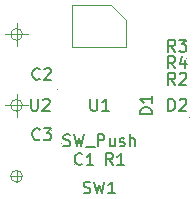
<source format=gbr>
%TF.GenerationSoftware,KiCad,Pcbnew,9.0.0*%
%TF.CreationDate,2025-02-28T17:52:26+00:00*%
%TF.ProjectId,vm_rgb_led_0.1,766d5f72-6762-45f6-9c65-645f302e312e,v0.1*%
%TF.SameCoordinates,PX5204180PY47868c0*%
%TF.FileFunction,AssemblyDrawing,Top*%
%FSLAX46Y46*%
G04 Gerber Fmt 4.6, Leading zero omitted, Abs format (unit mm)*
G04 Created by KiCad (PCBNEW 9.0.0) date 2025-02-28 17:52:26*
%MOMM*%
%LPD*%
G01*
G04 APERTURE LIST*
%ADD10C,0.150000*%
%ADD11C,0.010000*%
%ADD12C,0.120000*%
%ADD13C,0.060000*%
G04 APERTURE END LIST*
D10*
X-6761905Y545181D02*
X-6761905Y-264342D01*
X-6761905Y-264342D02*
X-6714286Y-359580D01*
X-6714286Y-359580D02*
X-6666667Y-407200D01*
X-6666667Y-407200D02*
X-6571429Y-454819D01*
X-6571429Y-454819D02*
X-6380953Y-454819D01*
X-6380953Y-454819D02*
X-6285715Y-407200D01*
X-6285715Y-407200D02*
X-6238096Y-359580D01*
X-6238096Y-359580D02*
X-6190477Y-264342D01*
X-6190477Y-264342D02*
X-6190477Y545181D01*
X-5761905Y449943D02*
X-5714286Y497562D01*
X-5714286Y497562D02*
X-5619048Y545181D01*
X-5619048Y545181D02*
X-5380953Y545181D01*
X-5380953Y545181D02*
X-5285715Y497562D01*
X-5285715Y497562D02*
X-5238096Y449943D01*
X-5238096Y449943D02*
X-5190477Y354705D01*
X-5190477Y354705D02*
X-5190477Y259467D01*
X-5190477Y259467D02*
X-5238096Y116610D01*
X-5238096Y116610D02*
X-5809524Y-454819D01*
X-5809524Y-454819D02*
X-5190477Y-454819D01*
X3474819Y-738094D02*
X2474819Y-738094D01*
X2474819Y-738094D02*
X2474819Y-499999D01*
X2474819Y-499999D02*
X2522438Y-357142D01*
X2522438Y-357142D02*
X2617676Y-261904D01*
X2617676Y-261904D02*
X2712914Y-214285D01*
X2712914Y-214285D02*
X2903390Y-166666D01*
X2903390Y-166666D02*
X3046247Y-166666D01*
X3046247Y-166666D02*
X3236723Y-214285D01*
X3236723Y-214285D02*
X3331961Y-261904D01*
X3331961Y-261904D02*
X3427200Y-357142D01*
X3427200Y-357142D02*
X3474819Y-499999D01*
X3474819Y-499999D02*
X3474819Y-738094D01*
X3474819Y785715D02*
X3474819Y214287D01*
X3474819Y500001D02*
X2474819Y500001D01*
X2474819Y500001D02*
X2617676Y404763D01*
X2617676Y404763D02*
X2712914Y309525D01*
X2712914Y309525D02*
X2760533Y214287D01*
X-6036667Y2240420D02*
X-6084286Y2192800D01*
X-6084286Y2192800D02*
X-6227143Y2145181D01*
X-6227143Y2145181D02*
X-6322381Y2145181D01*
X-6322381Y2145181D02*
X-6465238Y2192800D01*
X-6465238Y2192800D02*
X-6560476Y2288039D01*
X-6560476Y2288039D02*
X-6608095Y2383277D01*
X-6608095Y2383277D02*
X-6655714Y2573753D01*
X-6655714Y2573753D02*
X-6655714Y2716610D01*
X-6655714Y2716610D02*
X-6608095Y2907086D01*
X-6608095Y2907086D02*
X-6560476Y3002324D01*
X-6560476Y3002324D02*
X-6465238Y3097562D01*
X-6465238Y3097562D02*
X-6322381Y3145181D01*
X-6322381Y3145181D02*
X-6227143Y3145181D01*
X-6227143Y3145181D02*
X-6084286Y3097562D01*
X-6084286Y3097562D02*
X-6036667Y3049943D01*
X-5655714Y3049943D02*
X-5608095Y3097562D01*
X-5608095Y3097562D02*
X-5512857Y3145181D01*
X-5512857Y3145181D02*
X-5274762Y3145181D01*
X-5274762Y3145181D02*
X-5179524Y3097562D01*
X-5179524Y3097562D02*
X-5131905Y3049943D01*
X-5131905Y3049943D02*
X-5084286Y2954705D01*
X-5084286Y2954705D02*
X-5084286Y2859467D01*
X-5084286Y2859467D02*
X-5131905Y2716610D01*
X-5131905Y2716610D02*
X-5703333Y2145181D01*
X-5703333Y2145181D02*
X-5084286Y2145181D01*
X-6036667Y-2859580D02*
X-6084286Y-2907200D01*
X-6084286Y-2907200D02*
X-6227143Y-2954819D01*
X-6227143Y-2954819D02*
X-6322381Y-2954819D01*
X-6322381Y-2954819D02*
X-6465238Y-2907200D01*
X-6465238Y-2907200D02*
X-6560476Y-2811961D01*
X-6560476Y-2811961D02*
X-6608095Y-2716723D01*
X-6608095Y-2716723D02*
X-6655714Y-2526247D01*
X-6655714Y-2526247D02*
X-6655714Y-2383390D01*
X-6655714Y-2383390D02*
X-6608095Y-2192914D01*
X-6608095Y-2192914D02*
X-6560476Y-2097676D01*
X-6560476Y-2097676D02*
X-6465238Y-2002438D01*
X-6465238Y-2002438D02*
X-6322381Y-1954819D01*
X-6322381Y-1954819D02*
X-6227143Y-1954819D01*
X-6227143Y-1954819D02*
X-6084286Y-2002438D01*
X-6084286Y-2002438D02*
X-6036667Y-2050057D01*
X-5703333Y-1954819D02*
X-5084286Y-1954819D01*
X-5084286Y-1954819D02*
X-5417619Y-2335771D01*
X-5417619Y-2335771D02*
X-5274762Y-2335771D01*
X-5274762Y-2335771D02*
X-5179524Y-2383390D01*
X-5179524Y-2383390D02*
X-5131905Y-2431009D01*
X-5131905Y-2431009D02*
X-5084286Y-2526247D01*
X-5084286Y-2526247D02*
X-5084286Y-2764342D01*
X-5084286Y-2764342D02*
X-5131905Y-2859580D01*
X-5131905Y-2859580D02*
X-5179524Y-2907200D01*
X-5179524Y-2907200D02*
X-5274762Y-2954819D01*
X-5274762Y-2954819D02*
X-5560476Y-2954819D01*
X-5560476Y-2954819D02*
X-5655714Y-2907200D01*
X-5655714Y-2907200D02*
X-5703333Y-2859580D01*
X5433333Y1745181D02*
X5100000Y2221372D01*
X4861905Y1745181D02*
X4861905Y2745181D01*
X4861905Y2745181D02*
X5242857Y2745181D01*
X5242857Y2745181D02*
X5338095Y2697562D01*
X5338095Y2697562D02*
X5385714Y2649943D01*
X5385714Y2649943D02*
X5433333Y2554705D01*
X5433333Y2554705D02*
X5433333Y2411848D01*
X5433333Y2411848D02*
X5385714Y2316610D01*
X5385714Y2316610D02*
X5338095Y2268991D01*
X5338095Y2268991D02*
X5242857Y2221372D01*
X5242857Y2221372D02*
X4861905Y2221372D01*
X5814286Y2649943D02*
X5861905Y2697562D01*
X5861905Y2697562D02*
X5957143Y2745181D01*
X5957143Y2745181D02*
X6195238Y2745181D01*
X6195238Y2745181D02*
X6290476Y2697562D01*
X6290476Y2697562D02*
X6338095Y2649943D01*
X6338095Y2649943D02*
X6385714Y2554705D01*
X6385714Y2554705D02*
X6385714Y2459467D01*
X6385714Y2459467D02*
X6338095Y2316610D01*
X6338095Y2316610D02*
X5766667Y1745181D01*
X5766667Y1745181D02*
X6385714Y1745181D01*
X5433333Y3145181D02*
X5100000Y3621372D01*
X4861905Y3145181D02*
X4861905Y4145181D01*
X4861905Y4145181D02*
X5242857Y4145181D01*
X5242857Y4145181D02*
X5338095Y4097562D01*
X5338095Y4097562D02*
X5385714Y4049943D01*
X5385714Y4049943D02*
X5433333Y3954705D01*
X5433333Y3954705D02*
X5433333Y3811848D01*
X5433333Y3811848D02*
X5385714Y3716610D01*
X5385714Y3716610D02*
X5338095Y3668991D01*
X5338095Y3668991D02*
X5242857Y3621372D01*
X5242857Y3621372D02*
X4861905Y3621372D01*
X6290476Y3811848D02*
X6290476Y3145181D01*
X6052381Y4192800D02*
X5814286Y3478515D01*
X5814286Y3478515D02*
X6433333Y3478515D01*
X-1741905Y545181D02*
X-1741905Y-264342D01*
X-1741905Y-264342D02*
X-1694286Y-359580D01*
X-1694286Y-359580D02*
X-1646667Y-407200D01*
X-1646667Y-407200D02*
X-1551429Y-454819D01*
X-1551429Y-454819D02*
X-1360953Y-454819D01*
X-1360953Y-454819D02*
X-1265715Y-407200D01*
X-1265715Y-407200D02*
X-1218096Y-359580D01*
X-1218096Y-359580D02*
X-1170477Y-264342D01*
X-1170477Y-264342D02*
X-1170477Y545181D01*
X-170477Y-454819D02*
X-741905Y-454819D01*
X-456191Y-454819D02*
X-456191Y545181D01*
X-456191Y545181D02*
X-551429Y402324D01*
X-551429Y402324D02*
X-646667Y307086D01*
X-646667Y307086D02*
X-741905Y259467D01*
X-4027619Y-3407200D02*
X-3884762Y-3454819D01*
X-3884762Y-3454819D02*
X-3646667Y-3454819D01*
X-3646667Y-3454819D02*
X-3551429Y-3407200D01*
X-3551429Y-3407200D02*
X-3503810Y-3359580D01*
X-3503810Y-3359580D02*
X-3456191Y-3264342D01*
X-3456191Y-3264342D02*
X-3456191Y-3169104D01*
X-3456191Y-3169104D02*
X-3503810Y-3073866D01*
X-3503810Y-3073866D02*
X-3551429Y-3026247D01*
X-3551429Y-3026247D02*
X-3646667Y-2978628D01*
X-3646667Y-2978628D02*
X-3837143Y-2931009D01*
X-3837143Y-2931009D02*
X-3932381Y-2883390D01*
X-3932381Y-2883390D02*
X-3980000Y-2835771D01*
X-3980000Y-2835771D02*
X-4027619Y-2740533D01*
X-4027619Y-2740533D02*
X-4027619Y-2645295D01*
X-4027619Y-2645295D02*
X-3980000Y-2550057D01*
X-3980000Y-2550057D02*
X-3932381Y-2502438D01*
X-3932381Y-2502438D02*
X-3837143Y-2454819D01*
X-3837143Y-2454819D02*
X-3599048Y-2454819D01*
X-3599048Y-2454819D02*
X-3456191Y-2502438D01*
X-3122857Y-2454819D02*
X-2884762Y-3454819D01*
X-2884762Y-3454819D02*
X-2694286Y-2740533D01*
X-2694286Y-2740533D02*
X-2503810Y-3454819D01*
X-2503810Y-3454819D02*
X-2265714Y-2454819D01*
X-2122857Y-3550057D02*
X-1360953Y-3550057D01*
X-1122857Y-3454819D02*
X-1122857Y-2454819D01*
X-1122857Y-2454819D02*
X-741905Y-2454819D01*
X-741905Y-2454819D02*
X-646667Y-2502438D01*
X-646667Y-2502438D02*
X-599048Y-2550057D01*
X-599048Y-2550057D02*
X-551429Y-2645295D01*
X-551429Y-2645295D02*
X-551429Y-2788152D01*
X-551429Y-2788152D02*
X-599048Y-2883390D01*
X-599048Y-2883390D02*
X-646667Y-2931009D01*
X-646667Y-2931009D02*
X-741905Y-2978628D01*
X-741905Y-2978628D02*
X-1122857Y-2978628D01*
X305714Y-2788152D02*
X305714Y-3454819D01*
X-122857Y-2788152D02*
X-122857Y-3311961D01*
X-122857Y-3311961D02*
X-75238Y-3407200D01*
X-75238Y-3407200D02*
X20000Y-3454819D01*
X20000Y-3454819D02*
X162857Y-3454819D01*
X162857Y-3454819D02*
X258095Y-3407200D01*
X258095Y-3407200D02*
X305714Y-3359580D01*
X734286Y-3407200D02*
X829524Y-3454819D01*
X829524Y-3454819D02*
X1020000Y-3454819D01*
X1020000Y-3454819D02*
X1115238Y-3407200D01*
X1115238Y-3407200D02*
X1162857Y-3311961D01*
X1162857Y-3311961D02*
X1162857Y-3264342D01*
X1162857Y-3264342D02*
X1115238Y-3169104D01*
X1115238Y-3169104D02*
X1020000Y-3121485D01*
X1020000Y-3121485D02*
X877143Y-3121485D01*
X877143Y-3121485D02*
X781905Y-3073866D01*
X781905Y-3073866D02*
X734286Y-2978628D01*
X734286Y-2978628D02*
X734286Y-2931009D01*
X734286Y-2931009D02*
X781905Y-2835771D01*
X781905Y-2835771D02*
X877143Y-2788152D01*
X877143Y-2788152D02*
X1020000Y-2788152D01*
X1020000Y-2788152D02*
X1115238Y-2835771D01*
X1591429Y-3454819D02*
X1591429Y-2454819D01*
X2020000Y-3454819D02*
X2020000Y-2931009D01*
X2020000Y-2931009D02*
X1972381Y-2835771D01*
X1972381Y-2835771D02*
X1877143Y-2788152D01*
X1877143Y-2788152D02*
X1734286Y-2788152D01*
X1734286Y-2788152D02*
X1639048Y-2835771D01*
X1639048Y-2835771D02*
X1591429Y-2883390D01*
X-2313333Y-7407200D02*
X-2170476Y-7454819D01*
X-2170476Y-7454819D02*
X-1932381Y-7454819D01*
X-1932381Y-7454819D02*
X-1837143Y-7407200D01*
X-1837143Y-7407200D02*
X-1789524Y-7359580D01*
X-1789524Y-7359580D02*
X-1741905Y-7264342D01*
X-1741905Y-7264342D02*
X-1741905Y-7169104D01*
X-1741905Y-7169104D02*
X-1789524Y-7073866D01*
X-1789524Y-7073866D02*
X-1837143Y-7026247D01*
X-1837143Y-7026247D02*
X-1932381Y-6978628D01*
X-1932381Y-6978628D02*
X-2122857Y-6931009D01*
X-2122857Y-6931009D02*
X-2218095Y-6883390D01*
X-2218095Y-6883390D02*
X-2265714Y-6835771D01*
X-2265714Y-6835771D02*
X-2313333Y-6740533D01*
X-2313333Y-6740533D02*
X-2313333Y-6645295D01*
X-2313333Y-6645295D02*
X-2265714Y-6550057D01*
X-2265714Y-6550057D02*
X-2218095Y-6502438D01*
X-2218095Y-6502438D02*
X-2122857Y-6454819D01*
X-2122857Y-6454819D02*
X-1884762Y-6454819D01*
X-1884762Y-6454819D02*
X-1741905Y-6502438D01*
X-1408571Y-6454819D02*
X-1170476Y-7454819D01*
X-1170476Y-7454819D02*
X-980000Y-6740533D01*
X-980000Y-6740533D02*
X-789524Y-7454819D01*
X-789524Y-7454819D02*
X-551428Y-6454819D01*
X353333Y-7454819D02*
X-218095Y-7454819D01*
X67619Y-7454819D02*
X67619Y-6454819D01*
X67619Y-6454819D02*
X-27619Y-6597676D01*
X-27619Y-6597676D02*
X-122857Y-6692914D01*
X-122857Y-6692914D02*
X-218095Y-6740533D01*
X5433333Y4545181D02*
X5100000Y5021372D01*
X4861905Y4545181D02*
X4861905Y5545181D01*
X4861905Y5545181D02*
X5242857Y5545181D01*
X5242857Y5545181D02*
X5338095Y5497562D01*
X5338095Y5497562D02*
X5385714Y5449943D01*
X5385714Y5449943D02*
X5433333Y5354705D01*
X5433333Y5354705D02*
X5433333Y5211848D01*
X5433333Y5211848D02*
X5385714Y5116610D01*
X5385714Y5116610D02*
X5338095Y5068991D01*
X5338095Y5068991D02*
X5242857Y5021372D01*
X5242857Y5021372D02*
X4861905Y5021372D01*
X5766667Y5545181D02*
X6385714Y5545181D01*
X6385714Y5545181D02*
X6052381Y5164229D01*
X6052381Y5164229D02*
X6195238Y5164229D01*
X6195238Y5164229D02*
X6290476Y5116610D01*
X6290476Y5116610D02*
X6338095Y5068991D01*
X6338095Y5068991D02*
X6385714Y4973753D01*
X6385714Y4973753D02*
X6385714Y4735658D01*
X6385714Y4735658D02*
X6338095Y4640420D01*
X6338095Y4640420D02*
X6290476Y4592800D01*
X6290476Y4592800D02*
X6195238Y4545181D01*
X6195238Y4545181D02*
X5909524Y4545181D01*
X5909524Y4545181D02*
X5814286Y4592800D01*
X5814286Y4592800D02*
X5766667Y4640420D01*
X-2446667Y-4959580D02*
X-2494286Y-5007200D01*
X-2494286Y-5007200D02*
X-2637143Y-5054819D01*
X-2637143Y-5054819D02*
X-2732381Y-5054819D01*
X-2732381Y-5054819D02*
X-2875238Y-5007200D01*
X-2875238Y-5007200D02*
X-2970476Y-4911961D01*
X-2970476Y-4911961D02*
X-3018095Y-4816723D01*
X-3018095Y-4816723D02*
X-3065714Y-4626247D01*
X-3065714Y-4626247D02*
X-3065714Y-4483390D01*
X-3065714Y-4483390D02*
X-3018095Y-4292914D01*
X-3018095Y-4292914D02*
X-2970476Y-4197676D01*
X-2970476Y-4197676D02*
X-2875238Y-4102438D01*
X-2875238Y-4102438D02*
X-2732381Y-4054819D01*
X-2732381Y-4054819D02*
X-2637143Y-4054819D01*
X-2637143Y-4054819D02*
X-2494286Y-4102438D01*
X-2494286Y-4102438D02*
X-2446667Y-4150057D01*
X-1494286Y-5054819D02*
X-2065714Y-5054819D01*
X-1780000Y-5054819D02*
X-1780000Y-4054819D01*
X-1780000Y-4054819D02*
X-1875238Y-4197676D01*
X-1875238Y-4197676D02*
X-1970476Y-4292914D01*
X-1970476Y-4292914D02*
X-2065714Y-4340533D01*
X153333Y-5054819D02*
X-180000Y-4578628D01*
X-418095Y-5054819D02*
X-418095Y-4054819D01*
X-418095Y-4054819D02*
X-37143Y-4054819D01*
X-37143Y-4054819D02*
X58095Y-4102438D01*
X58095Y-4102438D02*
X105714Y-4150057D01*
X105714Y-4150057D02*
X153333Y-4245295D01*
X153333Y-4245295D02*
X153333Y-4388152D01*
X153333Y-4388152D02*
X105714Y-4483390D01*
X105714Y-4483390D02*
X58095Y-4531009D01*
X58095Y-4531009D02*
X-37143Y-4578628D01*
X-37143Y-4578628D02*
X-418095Y-4578628D01*
X1105714Y-5054819D02*
X534286Y-5054819D01*
X820000Y-5054819D02*
X820000Y-4054819D01*
X820000Y-4054819D02*
X724762Y-4197676D01*
X724762Y-4197676D02*
X629524Y-4292914D01*
X629524Y-4292914D02*
X534286Y-4340533D01*
X4861905Y-454819D02*
X4861905Y545181D01*
X4861905Y545181D02*
X5100000Y545181D01*
X5100000Y545181D02*
X5242857Y497562D01*
X5242857Y497562D02*
X5338095Y402324D01*
X5338095Y402324D02*
X5385714Y307086D01*
X5385714Y307086D02*
X5433333Y116610D01*
X5433333Y116610D02*
X5433333Y-26247D01*
X5433333Y-26247D02*
X5385714Y-216723D01*
X5385714Y-216723D02*
X5338095Y-311961D01*
X5338095Y-311961D02*
X5242857Y-407200D01*
X5242857Y-407200D02*
X5100000Y-454819D01*
X5100000Y-454819D02*
X4861905Y-454819D01*
X5814286Y449943D02*
X5861905Y497562D01*
X5861905Y497562D02*
X5957143Y545181D01*
X5957143Y545181D02*
X6195238Y545181D01*
X6195238Y545181D02*
X6290476Y497562D01*
X6290476Y497562D02*
X6338095Y449943D01*
X6338095Y449943D02*
X6385714Y354705D01*
X6385714Y354705D02*
X6385714Y259467D01*
X6385714Y259467D02*
X6338095Y116610D01*
X6338095Y116610D02*
X5766667Y-454819D01*
X5766667Y-454819D02*
X6385714Y-454819D01*
D11*
%TO.C,GS3*%
X-9000000Y0D02*
X-7000000Y0D01*
X-8000000Y1000000D02*
X-8000000Y-1000000D01*
X-7500000Y0D02*
G75*
G02*
X-8500000Y0I-500000J0D01*
G01*
X-8500000Y0D02*
G75*
G02*
X-7500000Y0I500000J0D01*
G01*
D12*
%TO.C,J1*%
X-3266000Y8465400D02*
X36000Y8465400D01*
X-3266000Y4909400D02*
X-3266000Y8465400D01*
X36000Y8465400D02*
X1306000Y7195400D01*
X1306000Y7195400D02*
X1306000Y4909400D01*
X1306000Y4909400D02*
X-3266000Y4909400D01*
D13*
%TO.C,U2*%
X-4470000Y1370000D02*
G75*
G02*
X-4530000Y1370000I-30000J0D01*
G01*
X-4530000Y1370000D02*
G75*
G02*
X-4470000Y1370000I30000J0D01*
G01*
%TO.C,D1*%
X3450000Y-800000D02*
G75*
G02*
X3390000Y-800000I-30000J0D01*
G01*
X3390000Y-800000D02*
G75*
G02*
X3450000Y-800000I30000J0D01*
G01*
%TO.C,C2*%
X-5040000Y3000000D02*
G75*
G02*
X-5100000Y3000000I-30000J0D01*
G01*
X-5100000Y3000000D02*
G75*
G02*
X-5040000Y3000000I30000J0D01*
G01*
%TO.C,C3*%
X-5040000Y-2100000D02*
G75*
G02*
X-5100000Y-2100000I-30000J0D01*
G01*
X-5100000Y-2100000D02*
G75*
G02*
X-5040000Y-2100000I30000J0D01*
G01*
%TO.C,R2*%
X6430000Y2600000D02*
G75*
G02*
X6370000Y2600000I-30000J0D01*
G01*
X6370000Y2600000D02*
G75*
G02*
X6430000Y2600000I30000J0D01*
G01*
%TO.C,R4*%
X6430000Y4000000D02*
G75*
G02*
X6370000Y4000000I-30000J0D01*
G01*
X6370000Y4000000D02*
G75*
G02*
X6430000Y4000000I30000J0D01*
G01*
%TO.C,U1*%
X-4200000Y-3200000D02*
G75*
G02*
X-4260000Y-3200000I-30000J0D01*
G01*
X-4260000Y-3200000D02*
G75*
G02*
X-4200000Y-3200000I30000J0D01*
G01*
D11*
%TO.C,GS2*%
X-8500000Y-6000000D02*
X-7500000Y-6000000D01*
X-8000000Y-5500000D02*
X-8000000Y-6500000D01*
X-7500000Y-6000000D02*
G75*
G02*
X-8500000Y-6000000I-500000J0D01*
G01*
X-8500000Y-6000000D02*
G75*
G02*
X-7500000Y-6000000I500000J0D01*
G01*
D13*
%TO.C,R3*%
X6430000Y5400000D02*
G75*
G02*
X6370000Y5400000I-30000J0D01*
G01*
X6370000Y5400000D02*
G75*
G02*
X6430000Y5400000I30000J0D01*
G01*
%TO.C,C1*%
X-3050000Y-5000000D02*
G75*
G02*
X-3110000Y-5000000I-30000J0D01*
G01*
X-3110000Y-5000000D02*
G75*
G02*
X-3050000Y-5000000I30000J0D01*
G01*
D11*
%TO.C,GS1*%
X-9000000Y6000000D02*
X-7000000Y6000000D01*
X-8000000Y7000000D02*
X-8000000Y5000000D01*
X-7500000Y6000000D02*
G75*
G02*
X-8500000Y6000000I-500000J0D01*
G01*
X-8500000Y6000000D02*
G75*
G02*
X-7500000Y6000000I500000J0D01*
G01*
D13*
%TO.C,R1*%
X-450000Y-5000000D02*
G75*
G02*
X-510000Y-5000000I-30000J0D01*
G01*
X-510000Y-5000000D02*
G75*
G02*
X-450000Y-5000000I30000J0D01*
G01*
%TO.C,D2*%
X6680000Y-1050000D02*
G75*
G02*
X6620000Y-1050000I-30000J0D01*
G01*
X6620000Y-1050000D02*
G75*
G02*
X6680000Y-1050000I30000J0D01*
G01*
%TD*%
M02*

</source>
